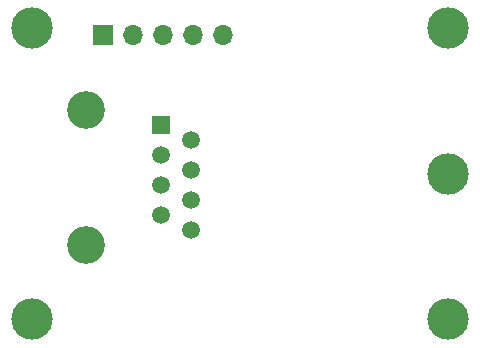
<source format=gbr>
%TF.GenerationSoftware,KiCad,Pcbnew,7.0.9*%
%TF.CreationDate,2024-04-09T01:08:52-04:00*%
%TF.ProjectId,WIRED_SHT40_revA3,57495245-445f-4534-9854-34305f726576,revA3*%
%TF.SameCoordinates,Original*%
%TF.FileFunction,Soldermask,Bot*%
%TF.FilePolarity,Negative*%
%FSLAX46Y46*%
G04 Gerber Fmt 4.6, Leading zero omitted, Abs format (unit mm)*
G04 Created by KiCad (PCBNEW 7.0.9) date 2024-04-09 01:08:52*
%MOMM*%
%LPD*%
G01*
G04 APERTURE LIST*
%ADD10C,3.500000*%
%ADD11R,1.700000X1.700000*%
%ADD12O,1.700000X1.700000*%
%ADD13C,3.200000*%
%ADD14R,1.500000X1.500000*%
%ADD15C,1.500000*%
G04 APERTURE END LIST*
D10*
%TO.C,H2*%
X163600000Y-83600000D03*
%TD*%
D11*
%TO.C,J2*%
X134385000Y-84193900D03*
D12*
X136925000Y-84193900D03*
X139465000Y-84193900D03*
X142005000Y-84193900D03*
X144545000Y-84193900D03*
%TD*%
D10*
%TO.C,H1*%
X128400000Y-83600000D03*
%TD*%
%TO.C,H3*%
X163600000Y-108200000D03*
%TD*%
D13*
%TO.C,J1*%
X132952700Y-90530000D03*
X132952700Y-101960000D03*
D14*
X139302700Y-91800000D03*
D15*
X141842700Y-93070000D03*
X139302700Y-94340000D03*
X141842700Y-95610000D03*
X139302700Y-96880000D03*
X141842700Y-98150000D03*
X139302700Y-99420000D03*
X141842700Y-100690000D03*
%TD*%
D10*
%TO.C,H4*%
X128400000Y-108200000D03*
%TD*%
%TO.C,H5*%
X163600000Y-95900000D03*
%TD*%
M02*

</source>
